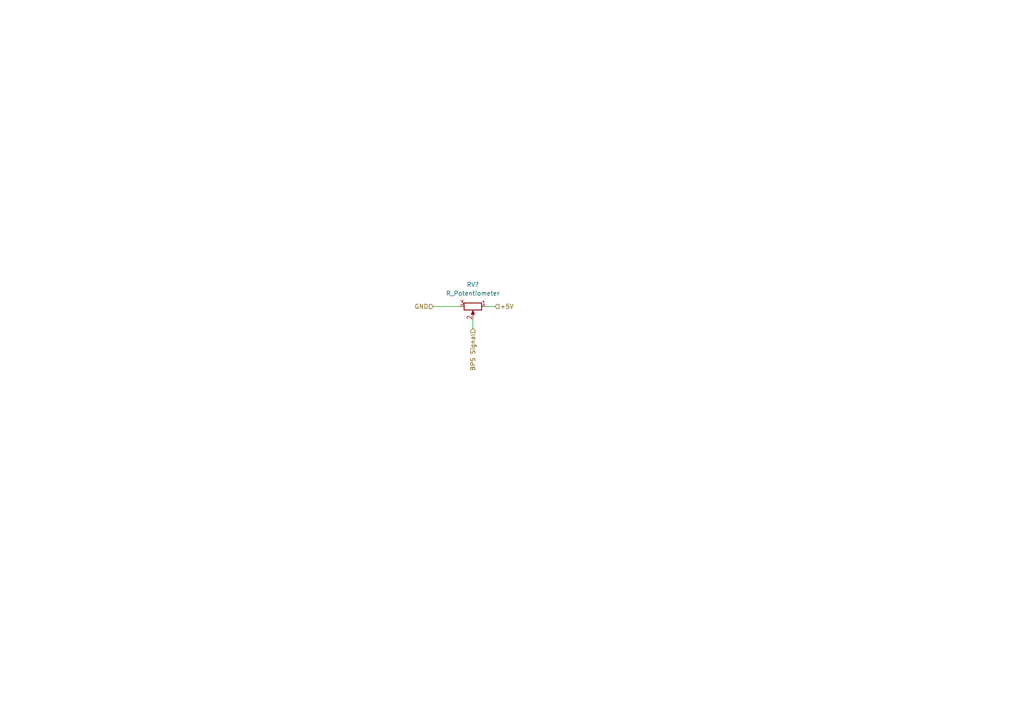
<source format=kicad_sch>
(kicad_sch (version 20211123) (generator eeschema)
  (paper "A4")
  (lib_symbols
    (symbol "Device:R_Potentiometer" (pin_names (offset 1.016) hide)
      (property "Reference" "RV" (at -4.445 0 90))
      (property "Value" "R_Potentiometer" (at -2.54 0 90))
      (symbol "R_Potentiometer_0_1"
        (polyline (pts (xy 2.54 0) (xy 1.524 0)))
        (polyline (pts (xy 1.143 0) (xy 2.286 0.508) (xy 2.286 -0.508) (xy 1.143 0)) (fill (type outline)))
        (rectangle (start 1.016 2.54) (end -1.016 -2.54) (stroke (width 0.254)))
      )
      (symbol "R_Potentiometer_1_1"
        (pin passive line (at 0 3.81 270) (length 1.27) (name "1") (number "1"))
        (pin passive line (at 3.81 0 180) (length 1.27) (name "2") (number "2"))
        (pin passive line (at 0 -3.81 90) (length 1.27) (name "3") (number "3"))
      )
    )
  )
  (wire (pts (xy 125.73 88.9) (xy 133.35 88.9)))
  (wire (pts (xy 140.97 88.9) (xy 143.51 88.9)))
  (wire (pts (xy 137.16 92.71) (xy 137.16 95.25)))
  (hierarchical_label "+5V" (shape input) (at 143.51 88.9 0))
  (hierarchical_label "BPS Signal" (shape input) (at 137.16 95.25 270))
  (hierarchical_label "GND" (shape input) (at 125.73 88.9 180))
  (symbol (lib_id "Device:R_Potentiometer") (at 137.16 88.9 270) (unit 1)
    (property "Reference" "RV?" (at 137.16 82.55 90))
    (property "Value" "R_Potentiometer" (at 137.16 85.09 90))
  )
)
</source>
